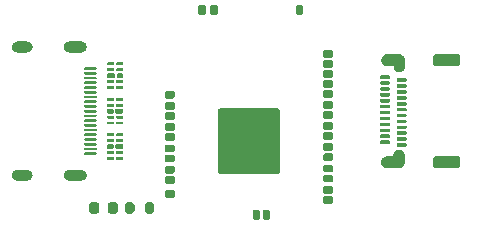
<source format=gbr>
%TF.GenerationSoftware,KiCad,Pcbnew,9.0.0-rc3*%
%TF.CreationDate,2025-02-11T14:32:45-05:00*%
%TF.ProjectId,melonHD,6d656c6f-6e48-4442-9e6b-696361645f70,rev?*%
%TF.SameCoordinates,PX7459280PY6422c40*%
%TF.FileFunction,Paste,Top*%
%TF.FilePolarity,Positive*%
%FSLAX46Y46*%
G04 Gerber Fmt 4.6, Leading zero omitted, Abs format (unit mm)*
G04 Created by KiCad (PCBNEW 9.0.0-rc3) date 2025-02-11 14:32:45*
%MOMM*%
%LPD*%
G01*
G04 APERTURE LIST*
%ADD10O,1.600000X0.600000*%
%ADD11O,1.690000X0.600000*%
%ADD12O,0.600000X1.200000*%
G04 APERTURE END LIST*
G36*
G01*
X7187500Y543750D02*
X7187500Y1056250D01*
G75*
G02*
X7406250Y1275000I218750J0D01*
G01*
X7843750Y1275000D01*
G75*
G02*
X8062500Y1056250I0J-218750D01*
G01*
X8062500Y543750D01*
G75*
G02*
X7843750Y325000I-218750J0D01*
G01*
X7406250Y325000D01*
G75*
G02*
X7187500Y543750I0J218750D01*
G01*
G37*
G36*
G01*
X8762500Y543750D02*
X8762500Y1056250D01*
G75*
G02*
X8981250Y1275000I218750J0D01*
G01*
X9418750Y1275000D01*
G75*
G02*
X9637500Y1056250I0J-218750D01*
G01*
X9637500Y543750D01*
G75*
G02*
X9418750Y325000I-218750J0D01*
G01*
X8981250Y325000D01*
G75*
G02*
X8762500Y543750I0J218750D01*
G01*
G37*
G36*
G01*
X18011114Y17167001D02*
X17556114Y17167001D01*
G75*
G02*
X17458614Y17264501I0J97500D01*
G01*
X17458614Y17869501D01*
G75*
G02*
X17556114Y17967001I97500J0D01*
G01*
X18011114Y17967001D01*
G75*
G02*
X18108614Y17869501I0J-97500D01*
G01*
X18108614Y17264501D01*
G75*
G02*
X18011114Y17167001I-97500J0D01*
G01*
G37*
G36*
G01*
X16961114Y17167001D02*
X16506114Y17167001D01*
G75*
G02*
X16408614Y17264501I0J97500D01*
G01*
X16408614Y17869501D01*
G75*
G02*
X16506114Y17967001I97500J0D01*
G01*
X16961114Y17967001D01*
G75*
G02*
X17058614Y17869501I0J-97500D01*
G01*
X17058614Y17264501D01*
G75*
G02*
X16961114Y17167001I-97500J0D01*
G01*
G37*
G36*
G01*
X14433614Y10619501D02*
X14433614Y10164501D01*
G75*
G02*
X14336114Y10067001I-97500J0D01*
G01*
X13731114Y10067001D01*
G75*
G02*
X13633614Y10164501I0J97500D01*
G01*
X13633614Y10619501D01*
G75*
G02*
X13731114Y10717001I97500J0D01*
G01*
X14336114Y10717001D01*
G75*
G02*
X14433614Y10619501I0J-97500D01*
G01*
G37*
G36*
G01*
X14433614Y9669501D02*
X14433614Y9214501D01*
G75*
G02*
X14336114Y9117001I-97500J0D01*
G01*
X13731114Y9117001D01*
G75*
G02*
X13633614Y9214501I0J97500D01*
G01*
X13633614Y9669501D01*
G75*
G02*
X13731114Y9767001I97500J0D01*
G01*
X14336114Y9767001D01*
G75*
G02*
X14433614Y9669501I0J-97500D01*
G01*
G37*
G36*
G01*
X14433614Y8819501D02*
X14433614Y8364501D01*
G75*
G02*
X14336114Y8267001I-97500J0D01*
G01*
X13731114Y8267001D01*
G75*
G02*
X13633614Y8364501I0J97500D01*
G01*
X13633614Y8819501D01*
G75*
G02*
X13731114Y8917001I97500J0D01*
G01*
X14336114Y8917001D01*
G75*
G02*
X14433614Y8819501I0J-97500D01*
G01*
G37*
G36*
G01*
X14433614Y7869501D02*
X14433614Y7414501D01*
G75*
G02*
X14336114Y7317001I-97500J0D01*
G01*
X13731114Y7317001D01*
G75*
G02*
X13633614Y7414501I0J97500D01*
G01*
X13633614Y7869501D01*
G75*
G02*
X13731114Y7967001I97500J0D01*
G01*
X14336114Y7967001D01*
G75*
G02*
X14433614Y7869501I0J-97500D01*
G01*
G37*
G36*
G01*
X14433614Y7019501D02*
X14433614Y6564501D01*
G75*
G02*
X14336114Y6467001I-97500J0D01*
G01*
X13731114Y6467001D01*
G75*
G02*
X13633614Y6564501I0J97500D01*
G01*
X13633614Y7019501D01*
G75*
G02*
X13731114Y7117001I97500J0D01*
G01*
X14336114Y7117001D01*
G75*
G02*
X14433614Y7019501I0J-97500D01*
G01*
G37*
G36*
G01*
X14433614Y6069501D02*
X14433614Y5614501D01*
G75*
G02*
X14336114Y5517001I-97500J0D01*
G01*
X13731114Y5517001D01*
G75*
G02*
X13633614Y5614501I0J97500D01*
G01*
X13633614Y6069501D01*
G75*
G02*
X13731114Y6167001I97500J0D01*
G01*
X14336114Y6167001D01*
G75*
G02*
X14433614Y6069501I0J-97500D01*
G01*
G37*
G36*
G01*
X14433614Y5219501D02*
X14433614Y4764501D01*
G75*
G02*
X14336114Y4667001I-97500J0D01*
G01*
X13731114Y4667001D01*
G75*
G02*
X13633614Y4764501I0J97500D01*
G01*
X13633614Y5219501D01*
G75*
G02*
X13731114Y5317001I97500J0D01*
G01*
X14336114Y5317001D01*
G75*
G02*
X14433614Y5219501I0J-97500D01*
G01*
G37*
G36*
G01*
X14433614Y4269501D02*
X14433614Y3814501D01*
G75*
G02*
X14336114Y3717001I-97500J0D01*
G01*
X13731114Y3717001D01*
G75*
G02*
X13633614Y3814501I0J97500D01*
G01*
X13633614Y4269501D01*
G75*
G02*
X13731114Y4367001I97500J0D01*
G01*
X14336114Y4367001D01*
G75*
G02*
X14433614Y4269501I0J-97500D01*
G01*
G37*
G36*
G01*
X14433614Y3419501D02*
X14433614Y2964501D01*
G75*
G02*
X14336114Y2867001I-97500J0D01*
G01*
X13731114Y2867001D01*
G75*
G02*
X13633614Y2964501I0J97500D01*
G01*
X13633614Y3419501D01*
G75*
G02*
X13731114Y3517001I97500J0D01*
G01*
X14336114Y3517001D01*
G75*
G02*
X14433614Y3419501I0J-97500D01*
G01*
G37*
G36*
G01*
X14433614Y2219501D02*
X14433614Y1764501D01*
G75*
G02*
X14336114Y1667001I-97500J0D01*
G01*
X13731114Y1667001D01*
G75*
G02*
X13633614Y1764501I0J97500D01*
G01*
X13633614Y2219501D01*
G75*
G02*
X13731114Y2317001I97500J0D01*
G01*
X14336114Y2317001D01*
G75*
G02*
X14433614Y2219501I0J-97500D01*
G01*
G37*
G36*
G01*
X21131114Y617001D02*
X21586114Y617001D01*
G75*
G02*
X21683614Y519501I0J-97500D01*
G01*
X21683614Y-85499D01*
G75*
G02*
X21586114Y-182999I-97500J0D01*
G01*
X21131114Y-182999D01*
G75*
G02*
X21033614Y-85499I0J97500D01*
G01*
X21033614Y519501D01*
G75*
G02*
X21131114Y617001I97500J0D01*
G01*
G37*
G36*
G01*
X21981114Y617001D02*
X22436114Y617001D01*
G75*
G02*
X22533614Y519501I0J-97500D01*
G01*
X22533614Y-85499D01*
G75*
G02*
X22436114Y-182999I-97500J0D01*
G01*
X21981114Y-182999D01*
G75*
G02*
X21883614Y-85499I0J97500D01*
G01*
X21883614Y519501D01*
G75*
G02*
X21981114Y617001I97500J0D01*
G01*
G37*
G36*
G01*
X27033614Y1264501D02*
X27033614Y1719501D01*
G75*
G02*
X27131114Y1817001I97500J0D01*
G01*
X27736114Y1817001D01*
G75*
G02*
X27833614Y1719501I0J-97500D01*
G01*
X27833614Y1264501D01*
G75*
G02*
X27736114Y1167001I-97500J0D01*
G01*
X27131114Y1167001D01*
G75*
G02*
X27033614Y1264501I0J97500D01*
G01*
G37*
G36*
G01*
X27033614Y2114501D02*
X27033614Y2569501D01*
G75*
G02*
X27131114Y2667001I97500J0D01*
G01*
X27736114Y2667001D01*
G75*
G02*
X27833614Y2569501I0J-97500D01*
G01*
X27833614Y2114501D01*
G75*
G02*
X27736114Y2017001I-97500J0D01*
G01*
X27131114Y2017001D01*
G75*
G02*
X27033614Y2114501I0J97500D01*
G01*
G37*
G36*
G01*
X27033614Y3064501D02*
X27033614Y3519501D01*
G75*
G02*
X27131114Y3617001I97500J0D01*
G01*
X27736114Y3617001D01*
G75*
G02*
X27833614Y3519501I0J-97500D01*
G01*
X27833614Y3064501D01*
G75*
G02*
X27736114Y2967001I-97500J0D01*
G01*
X27131114Y2967001D01*
G75*
G02*
X27033614Y3064501I0J97500D01*
G01*
G37*
G36*
G01*
X27033614Y3914501D02*
X27033614Y4369501D01*
G75*
G02*
X27131114Y4467001I97500J0D01*
G01*
X27736114Y4467001D01*
G75*
G02*
X27833614Y4369501I0J-97500D01*
G01*
X27833614Y3914501D01*
G75*
G02*
X27736114Y3817001I-97500J0D01*
G01*
X27131114Y3817001D01*
G75*
G02*
X27033614Y3914501I0J97500D01*
G01*
G37*
G36*
G01*
X27033614Y4864501D02*
X27033614Y5319501D01*
G75*
G02*
X27131114Y5417001I97500J0D01*
G01*
X27736114Y5417001D01*
G75*
G02*
X27833614Y5319501I0J-97500D01*
G01*
X27833614Y4864501D01*
G75*
G02*
X27736114Y4767001I-97500J0D01*
G01*
X27131114Y4767001D01*
G75*
G02*
X27033614Y4864501I0J97500D01*
G01*
G37*
G36*
G01*
X27033614Y5714501D02*
X27033614Y6169501D01*
G75*
G02*
X27131114Y6267001I97500J0D01*
G01*
X27736114Y6267001D01*
G75*
G02*
X27833614Y6169501I0J-97500D01*
G01*
X27833614Y5714501D01*
G75*
G02*
X27736114Y5617001I-97500J0D01*
G01*
X27131114Y5617001D01*
G75*
G02*
X27033614Y5714501I0J97500D01*
G01*
G37*
G36*
G01*
X27033614Y6664501D02*
X27033614Y7119501D01*
G75*
G02*
X27131114Y7217001I97500J0D01*
G01*
X27736114Y7217001D01*
G75*
G02*
X27833614Y7119501I0J-97500D01*
G01*
X27833614Y6664501D01*
G75*
G02*
X27736114Y6567001I-97500J0D01*
G01*
X27131114Y6567001D01*
G75*
G02*
X27033614Y6664501I0J97500D01*
G01*
G37*
G36*
G01*
X27033614Y7514501D02*
X27033614Y7969501D01*
G75*
G02*
X27131114Y8067001I97500J0D01*
G01*
X27736114Y8067001D01*
G75*
G02*
X27833614Y7969501I0J-97500D01*
G01*
X27833614Y7514501D01*
G75*
G02*
X27736114Y7417001I-97500J0D01*
G01*
X27131114Y7417001D01*
G75*
G02*
X27033614Y7514501I0J97500D01*
G01*
G37*
G36*
G01*
X27033614Y8464501D02*
X27033614Y8919501D01*
G75*
G02*
X27131114Y9017001I97500J0D01*
G01*
X27736114Y9017001D01*
G75*
G02*
X27833614Y8919501I0J-97500D01*
G01*
X27833614Y8464501D01*
G75*
G02*
X27736114Y8367001I-97500J0D01*
G01*
X27131114Y8367001D01*
G75*
G02*
X27033614Y8464501I0J97500D01*
G01*
G37*
G36*
G01*
X27033614Y9314501D02*
X27033614Y9769501D01*
G75*
G02*
X27131114Y9867001I97500J0D01*
G01*
X27736114Y9867001D01*
G75*
G02*
X27833614Y9769501I0J-97500D01*
G01*
X27833614Y9314501D01*
G75*
G02*
X27736114Y9217001I-97500J0D01*
G01*
X27131114Y9217001D01*
G75*
G02*
X27033614Y9314501I0J97500D01*
G01*
G37*
G36*
G01*
X27033614Y10214501D02*
X27033614Y10669501D01*
G75*
G02*
X27131114Y10767001I97500J0D01*
G01*
X27736114Y10767001D01*
G75*
G02*
X27833614Y10669501I0J-97500D01*
G01*
X27833614Y10214501D01*
G75*
G02*
X27736114Y10117001I-97500J0D01*
G01*
X27131114Y10117001D01*
G75*
G02*
X27033614Y10214501I0J97500D01*
G01*
G37*
G36*
G01*
X27033614Y11064501D02*
X27033614Y11519501D01*
G75*
G02*
X27131114Y11617001I97500J0D01*
G01*
X27736114Y11617001D01*
G75*
G02*
X27833614Y11519501I0J-97500D01*
G01*
X27833614Y11064501D01*
G75*
G02*
X27736114Y10967001I-97500J0D01*
G01*
X27131114Y10967001D01*
G75*
G02*
X27033614Y11064501I0J97500D01*
G01*
G37*
G36*
G01*
X27033614Y11914501D02*
X27033614Y12369501D01*
G75*
G02*
X27131114Y12467001I97500J0D01*
G01*
X27736114Y12467001D01*
G75*
G02*
X27833614Y12369501I0J-97500D01*
G01*
X27833614Y11914501D01*
G75*
G02*
X27736114Y11817001I-97500J0D01*
G01*
X27131114Y11817001D01*
G75*
G02*
X27033614Y11914501I0J97500D01*
G01*
G37*
G36*
G01*
X27033614Y12764501D02*
X27033614Y13219501D01*
G75*
G02*
X27131114Y13317001I97500J0D01*
G01*
X27736114Y13317001D01*
G75*
G02*
X27833614Y13219501I0J-97500D01*
G01*
X27833614Y12764501D01*
G75*
G02*
X27736114Y12667001I-97500J0D01*
G01*
X27131114Y12667001D01*
G75*
G02*
X27033614Y12764501I0J97500D01*
G01*
G37*
G36*
G01*
X27033614Y13614501D02*
X27033614Y14069501D01*
G75*
G02*
X27131114Y14167001I97500J0D01*
G01*
X27736114Y14167001D01*
G75*
G02*
X27833614Y14069501I0J-97500D01*
G01*
X27833614Y13614501D01*
G75*
G02*
X27736114Y13517001I-97500J0D01*
G01*
X27131114Y13517001D01*
G75*
G02*
X27033614Y13614501I0J97500D01*
G01*
G37*
G36*
G01*
X25236114Y17167001D02*
X24781114Y17167001D01*
G75*
G02*
X24683614Y17264501I0J97500D01*
G01*
X24683614Y17869501D01*
G75*
G02*
X24781114Y17967001I97500J0D01*
G01*
X25236114Y17967001D01*
G75*
G02*
X25333614Y17869501I0J-97500D01*
G01*
X25333614Y17264501D01*
G75*
G02*
X25236114Y17167001I-97500J0D01*
G01*
G37*
G36*
G01*
X18083614Y3907001D02*
X18083614Y8977001D01*
G75*
G02*
X18348614Y9242001I265000J0D01*
G01*
X23118614Y9242001D01*
G75*
G02*
X23383614Y8977001I0J-265000D01*
G01*
X23383614Y3907001D01*
G75*
G02*
X23118614Y3642001I-265000J0D01*
G01*
X18348614Y3642001D01*
G75*
G02*
X18083614Y3907001I0J265000D01*
G01*
G37*
G36*
G01*
X6842000Y5515000D02*
X7758000Y5515000D01*
G75*
G02*
X7850000Y5423000I0J-92000D01*
G01*
X7850000Y5377000D01*
G75*
G02*
X7758000Y5285000I-92000J0D01*
G01*
X6842000Y5285000D01*
G75*
G02*
X6750000Y5377000I0J92000D01*
G01*
X6750000Y5423000D01*
G75*
G02*
X6842000Y5515000I92000J0D01*
G01*
G37*
G36*
G01*
X6842000Y5915000D02*
X7758000Y5915000D01*
G75*
G02*
X7850000Y5823000I0J-92000D01*
G01*
X7850000Y5777000D01*
G75*
G02*
X7758000Y5685000I-92000J0D01*
G01*
X6842000Y5685000D01*
G75*
G02*
X6750000Y5777000I0J92000D01*
G01*
X6750000Y5823000D01*
G75*
G02*
X6842000Y5915000I92000J0D01*
G01*
G37*
G36*
G01*
X6842000Y6315000D02*
X7758000Y6315000D01*
G75*
G02*
X7850000Y6223000I0J-92000D01*
G01*
X7850000Y6177000D01*
G75*
G02*
X7758000Y6085000I-92000J0D01*
G01*
X6842000Y6085000D01*
G75*
G02*
X6750000Y6177000I0J92000D01*
G01*
X6750000Y6223000D01*
G75*
G02*
X6842000Y6315000I92000J0D01*
G01*
G37*
G36*
G01*
X6842000Y6715000D02*
X7758000Y6715000D01*
G75*
G02*
X7850000Y6623000I0J-92000D01*
G01*
X7850000Y6577000D01*
G75*
G02*
X7758000Y6485000I-92000J0D01*
G01*
X6842000Y6485000D01*
G75*
G02*
X6750000Y6577000I0J92000D01*
G01*
X6750000Y6623000D01*
G75*
G02*
X6842000Y6715000I92000J0D01*
G01*
G37*
G36*
G01*
X6842000Y7115000D02*
X7758000Y7115000D01*
G75*
G02*
X7850000Y7023000I0J-92000D01*
G01*
X7850000Y6977000D01*
G75*
G02*
X7758000Y6885000I-92000J0D01*
G01*
X6842000Y6885000D01*
G75*
G02*
X6750000Y6977000I0J92000D01*
G01*
X6750000Y7023000D01*
G75*
G02*
X6842000Y7115000I92000J0D01*
G01*
G37*
G36*
G01*
X6842000Y7515000D02*
X7758000Y7515000D01*
G75*
G02*
X7850000Y7423000I0J-92000D01*
G01*
X7850000Y7377000D01*
G75*
G02*
X7758000Y7285000I-92000J0D01*
G01*
X6842000Y7285000D01*
G75*
G02*
X6750000Y7377000I0J92000D01*
G01*
X6750000Y7423000D01*
G75*
G02*
X6842000Y7515000I92000J0D01*
G01*
G37*
G36*
G01*
X6842000Y7915000D02*
X7758000Y7915000D01*
G75*
G02*
X7850000Y7823000I0J-92000D01*
G01*
X7850000Y7777000D01*
G75*
G02*
X7758000Y7685000I-92000J0D01*
G01*
X6842000Y7685000D01*
G75*
G02*
X6750000Y7777000I0J92000D01*
G01*
X6750000Y7823000D01*
G75*
G02*
X6842000Y7915000I92000J0D01*
G01*
G37*
G36*
G01*
X6842000Y8315000D02*
X7758000Y8315000D01*
G75*
G02*
X7850000Y8223000I0J-92000D01*
G01*
X7850000Y8177000D01*
G75*
G02*
X7758000Y8085000I-92000J0D01*
G01*
X6842000Y8085000D01*
G75*
G02*
X6750000Y8177000I0J92000D01*
G01*
X6750000Y8223000D01*
G75*
G02*
X6842000Y8315000I92000J0D01*
G01*
G37*
G36*
G01*
X6842000Y8715000D02*
X7758000Y8715000D01*
G75*
G02*
X7850000Y8623000I0J-92000D01*
G01*
X7850000Y8577000D01*
G75*
G02*
X7758000Y8485000I-92000J0D01*
G01*
X6842000Y8485000D01*
G75*
G02*
X6750000Y8577000I0J92000D01*
G01*
X6750000Y8623000D01*
G75*
G02*
X6842000Y8715000I92000J0D01*
G01*
G37*
G36*
G01*
X6842000Y9115000D02*
X7758000Y9115000D01*
G75*
G02*
X7850000Y9023000I0J-92000D01*
G01*
X7850000Y8977000D01*
G75*
G02*
X7758000Y8885000I-92000J0D01*
G01*
X6842000Y8885000D01*
G75*
G02*
X6750000Y8977000I0J92000D01*
G01*
X6750000Y9023000D01*
G75*
G02*
X6842000Y9115000I92000J0D01*
G01*
G37*
G36*
G01*
X6842000Y9515000D02*
X7758000Y9515000D01*
G75*
G02*
X7850000Y9423000I0J-92000D01*
G01*
X7850000Y9377000D01*
G75*
G02*
X7758000Y9285000I-92000J0D01*
G01*
X6842000Y9285000D01*
G75*
G02*
X6750000Y9377000I0J92000D01*
G01*
X6750000Y9423000D01*
G75*
G02*
X6842000Y9515000I92000J0D01*
G01*
G37*
G36*
G01*
X6842000Y9915000D02*
X7758000Y9915000D01*
G75*
G02*
X7850000Y9823000I0J-92000D01*
G01*
X7850000Y9777000D01*
G75*
G02*
X7758000Y9685000I-92000J0D01*
G01*
X6842000Y9685000D01*
G75*
G02*
X6750000Y9777000I0J92000D01*
G01*
X6750000Y9823000D01*
G75*
G02*
X6842000Y9915000I92000J0D01*
G01*
G37*
G36*
G01*
X6842000Y10315000D02*
X7758000Y10315000D01*
G75*
G02*
X7850000Y10223000I0J-92000D01*
G01*
X7850000Y10177000D01*
G75*
G02*
X7758000Y10085000I-92000J0D01*
G01*
X6842000Y10085000D01*
G75*
G02*
X6750000Y10177000I0J92000D01*
G01*
X6750000Y10223000D01*
G75*
G02*
X6842000Y10315000I92000J0D01*
G01*
G37*
G36*
G01*
X6842000Y10715000D02*
X7758000Y10715000D01*
G75*
G02*
X7850000Y10623000I0J-92000D01*
G01*
X7850000Y10577000D01*
G75*
G02*
X7758000Y10485000I-92000J0D01*
G01*
X6842000Y10485000D01*
G75*
G02*
X6750000Y10577000I0J92000D01*
G01*
X6750000Y10623000D01*
G75*
G02*
X6842000Y10715000I92000J0D01*
G01*
G37*
G36*
G01*
X6842000Y11115000D02*
X7758000Y11115000D01*
G75*
G02*
X7850000Y11023000I0J-92000D01*
G01*
X7850000Y10977000D01*
G75*
G02*
X7758000Y10885000I-92000J0D01*
G01*
X6842000Y10885000D01*
G75*
G02*
X6750000Y10977000I0J92000D01*
G01*
X6750000Y11023000D01*
G75*
G02*
X6842000Y11115000I92000J0D01*
G01*
G37*
G36*
G01*
X6842000Y11515000D02*
X7758000Y11515000D01*
G75*
G02*
X7850000Y11423000I0J-92000D01*
G01*
X7850000Y11377000D01*
G75*
G02*
X7758000Y11285000I-92000J0D01*
G01*
X6842000Y11285000D01*
G75*
G02*
X6750000Y11377000I0J92000D01*
G01*
X6750000Y11423000D01*
G75*
G02*
X6842000Y11515000I92000J0D01*
G01*
G37*
G36*
G01*
X6842000Y11915000D02*
X7758000Y11915000D01*
G75*
G02*
X7850000Y11823000I0J-92000D01*
G01*
X7850000Y11777000D01*
G75*
G02*
X7758000Y11685000I-92000J0D01*
G01*
X6842000Y11685000D01*
G75*
G02*
X6750000Y11777000I0J92000D01*
G01*
X6750000Y11823000D01*
G75*
G02*
X6842000Y11915000I92000J0D01*
G01*
G37*
G36*
G01*
X6842000Y12315000D02*
X7758000Y12315000D01*
G75*
G02*
X7850000Y12223000I0J-92000D01*
G01*
X7850000Y12177000D01*
G75*
G02*
X7758000Y12085000I-92000J0D01*
G01*
X6842000Y12085000D01*
G75*
G02*
X6750000Y12177000I0J92000D01*
G01*
X6750000Y12223000D01*
G75*
G02*
X6842000Y12315000I92000J0D01*
G01*
G37*
G36*
G01*
X6842000Y12715000D02*
X7758000Y12715000D01*
G75*
G02*
X7850000Y12623000I0J-92000D01*
G01*
X7850000Y12577000D01*
G75*
G02*
X7758000Y12485000I-92000J0D01*
G01*
X6842000Y12485000D01*
G75*
G02*
X6750000Y12577000I0J92000D01*
G01*
X6750000Y12623000D01*
G75*
G02*
X6842000Y12715000I92000J0D01*
G01*
G37*
G36*
G01*
X5500000Y14905000D02*
X6550000Y14905000D01*
G75*
G02*
X7025000Y14430000I0J-475000D01*
G01*
X7025000Y14430000D01*
G75*
G02*
X6550000Y13955000I-475000J0D01*
G01*
X5500000Y13955000D01*
G75*
G02*
X5025000Y14430000I0J475000D01*
G01*
X5025000Y14430000D01*
G75*
G02*
X5500000Y14905000I475000J0D01*
G01*
G37*
G36*
G01*
X5500000Y4045000D02*
X6550000Y4045000D01*
G75*
G02*
X7025000Y3570000I0J-475000D01*
G01*
X7025000Y3570000D01*
G75*
G02*
X6550000Y3095000I-475000J0D01*
G01*
X5500000Y3095000D01*
G75*
G02*
X5025000Y3570000I0J475000D01*
G01*
X5025000Y3570000D01*
G75*
G02*
X5500000Y4045000I475000J0D01*
G01*
G37*
G36*
G01*
X1100000Y14905000D02*
X1950000Y14905000D01*
G75*
G02*
X2425000Y14430000I0J-475000D01*
G01*
X2425000Y14430000D01*
G75*
G02*
X1950000Y13955000I-475000J0D01*
G01*
X1100000Y13955000D01*
G75*
G02*
X625000Y14430000I0J475000D01*
G01*
X625000Y14430000D01*
G75*
G02*
X1100000Y14905000I475000J0D01*
G01*
G37*
G36*
G01*
X1100000Y4045000D02*
X1950000Y4045000D01*
G75*
G02*
X2425000Y3570000I0J-475000D01*
G01*
X2425000Y3570000D01*
G75*
G02*
X1950000Y3095000I-475000J0D01*
G01*
X1100000Y3095000D01*
G75*
G02*
X625000Y3570000I0J475000D01*
G01*
X625000Y3570000D01*
G75*
G02*
X1100000Y4045000I475000J0D01*
G01*
G37*
G36*
G01*
X10250000Y525000D02*
X10250000Y1075000D01*
G75*
G02*
X10450000Y1275000I200000J0D01*
G01*
X10850000Y1275000D01*
G75*
G02*
X11050000Y1075000I0J-200000D01*
G01*
X11050000Y525000D01*
G75*
G02*
X10850000Y325000I-200000J0D01*
G01*
X10450000Y325000D01*
G75*
G02*
X10250000Y525000I0J200000D01*
G01*
G37*
G36*
G01*
X11900000Y525000D02*
X11900000Y1075000D01*
G75*
G02*
X12100000Y1275000I200000J0D01*
G01*
X12500000Y1275000D01*
G75*
G02*
X12700000Y1075000I0J-200000D01*
G01*
X12700000Y525000D01*
G75*
G02*
X12500000Y325000I-200000J0D01*
G01*
X12100000Y325000D01*
G75*
G02*
X11900000Y525000I0J200000D01*
G01*
G37*
G36*
G01*
X10037500Y4875000D02*
X9537500Y4875000D01*
G75*
G02*
X9475000Y4937500I0J62500D01*
G01*
X9475000Y5062500D01*
G75*
G02*
X9537500Y5125000I62500J0D01*
G01*
X10037500Y5125000D01*
G75*
G02*
X10100000Y5062500I0J-62500D01*
G01*
X10100000Y4937500D01*
G75*
G02*
X10037500Y4875000I-62500J0D01*
G01*
G37*
G36*
G01*
X10037500Y5375000D02*
X9537500Y5375000D01*
G75*
G02*
X9475000Y5437500I0J62500D01*
G01*
X9475000Y5562500D01*
G75*
G02*
X9537500Y5625000I62500J0D01*
G01*
X10037500Y5625000D01*
G75*
G02*
X10100000Y5562500I0J-62500D01*
G01*
X10100000Y5437500D01*
G75*
G02*
X10037500Y5375000I-62500J0D01*
G01*
G37*
G36*
G01*
X9987500Y5775000D02*
X9512500Y5775000D01*
G75*
G02*
X9400000Y5887500I0J112500D01*
G01*
X9400000Y6112500D01*
G75*
G02*
X9512500Y6225000I112500J0D01*
G01*
X9987500Y6225000D01*
G75*
G02*
X10100000Y6112500I0J-112500D01*
G01*
X10100000Y5887500D01*
G75*
G02*
X9987500Y5775000I-112500J0D01*
G01*
G37*
G36*
G01*
X10037500Y6375000D02*
X9537500Y6375000D01*
G75*
G02*
X9475000Y6437500I0J62500D01*
G01*
X9475000Y6562500D01*
G75*
G02*
X9537500Y6625000I62500J0D01*
G01*
X10037500Y6625000D01*
G75*
G02*
X10100000Y6562500I0J-62500D01*
G01*
X10100000Y6437500D01*
G75*
G02*
X10037500Y6375000I-62500J0D01*
G01*
G37*
G36*
G01*
X10037500Y6875000D02*
X9537500Y6875000D01*
G75*
G02*
X9475000Y6937500I0J62500D01*
G01*
X9475000Y7062500D01*
G75*
G02*
X9537500Y7125000I62500J0D01*
G01*
X10037500Y7125000D01*
G75*
G02*
X10100000Y7062500I0J-62500D01*
G01*
X10100000Y6937500D01*
G75*
G02*
X10037500Y6875000I-62500J0D01*
G01*
G37*
G36*
G01*
X9262500Y6875000D02*
X8762500Y6875000D01*
G75*
G02*
X8700000Y6937500I0J62500D01*
G01*
X8700000Y7062500D01*
G75*
G02*
X8762500Y7125000I62500J0D01*
G01*
X9262500Y7125000D01*
G75*
G02*
X9325000Y7062500I0J-62500D01*
G01*
X9325000Y6937500D01*
G75*
G02*
X9262500Y6875000I-62500J0D01*
G01*
G37*
G36*
G01*
X9262500Y6375000D02*
X8762500Y6375000D01*
G75*
G02*
X8700000Y6437500I0J62500D01*
G01*
X8700000Y6562500D01*
G75*
G02*
X8762500Y6625000I62500J0D01*
G01*
X9262500Y6625000D01*
G75*
G02*
X9325000Y6562500I0J-62500D01*
G01*
X9325000Y6437500D01*
G75*
G02*
X9262500Y6375000I-62500J0D01*
G01*
G37*
G36*
G01*
X9162500Y5775000D02*
X8812500Y5775000D01*
G75*
G02*
X8700000Y5887500I0J112500D01*
G01*
X8700000Y6112500D01*
G75*
G02*
X8812500Y6225000I112500J0D01*
G01*
X9162500Y6225000D01*
G75*
G02*
X9275000Y6112500I0J-112500D01*
G01*
X9275000Y5887500D01*
G75*
G02*
X9162500Y5775000I-112500J0D01*
G01*
G37*
G36*
G01*
X9262500Y5375000D02*
X8762500Y5375000D01*
G75*
G02*
X8700000Y5437500I0J62500D01*
G01*
X8700000Y5562500D01*
G75*
G02*
X8762500Y5625000I62500J0D01*
G01*
X9262500Y5625000D01*
G75*
G02*
X9325000Y5562500I0J-62500D01*
G01*
X9325000Y5437500D01*
G75*
G02*
X9262500Y5375000I-62500J0D01*
G01*
G37*
G36*
G01*
X9262500Y4875000D02*
X8762500Y4875000D01*
G75*
G02*
X8700000Y4937500I0J62500D01*
G01*
X8700000Y5062500D01*
G75*
G02*
X8762500Y5125000I62500J0D01*
G01*
X9262500Y5125000D01*
G75*
G02*
X9325000Y5062500I0J-62500D01*
G01*
X9325000Y4937500D01*
G75*
G02*
X9262500Y4875000I-62500J0D01*
G01*
G37*
G36*
G01*
X10037500Y7875000D02*
X9537500Y7875000D01*
G75*
G02*
X9475000Y7937500I0J62500D01*
G01*
X9475000Y8062500D01*
G75*
G02*
X9537500Y8125000I62500J0D01*
G01*
X10037500Y8125000D01*
G75*
G02*
X10100000Y8062500I0J-62500D01*
G01*
X10100000Y7937500D01*
G75*
G02*
X10037500Y7875000I-62500J0D01*
G01*
G37*
G36*
G01*
X10037500Y8375000D02*
X9537500Y8375000D01*
G75*
G02*
X9475000Y8437500I0J62500D01*
G01*
X9475000Y8562500D01*
G75*
G02*
X9537500Y8625000I62500J0D01*
G01*
X10037500Y8625000D01*
G75*
G02*
X10100000Y8562500I0J-62500D01*
G01*
X10100000Y8437500D01*
G75*
G02*
X10037500Y8375000I-62500J0D01*
G01*
G37*
G36*
G01*
X9987500Y8775000D02*
X9512500Y8775000D01*
G75*
G02*
X9400000Y8887500I0J112500D01*
G01*
X9400000Y9112500D01*
G75*
G02*
X9512500Y9225000I112500J0D01*
G01*
X9987500Y9225000D01*
G75*
G02*
X10100000Y9112500I0J-112500D01*
G01*
X10100000Y8887500D01*
G75*
G02*
X9987500Y8775000I-112500J0D01*
G01*
G37*
G36*
G01*
X10037500Y9375000D02*
X9537500Y9375000D01*
G75*
G02*
X9475000Y9437500I0J62500D01*
G01*
X9475000Y9562500D01*
G75*
G02*
X9537500Y9625000I62500J0D01*
G01*
X10037500Y9625000D01*
G75*
G02*
X10100000Y9562500I0J-62500D01*
G01*
X10100000Y9437500D01*
G75*
G02*
X10037500Y9375000I-62500J0D01*
G01*
G37*
G36*
G01*
X10037500Y9875000D02*
X9537500Y9875000D01*
G75*
G02*
X9475000Y9937500I0J62500D01*
G01*
X9475000Y10062500D01*
G75*
G02*
X9537500Y10125000I62500J0D01*
G01*
X10037500Y10125000D01*
G75*
G02*
X10100000Y10062500I0J-62500D01*
G01*
X10100000Y9937500D01*
G75*
G02*
X10037500Y9875000I-62500J0D01*
G01*
G37*
G36*
G01*
X9262500Y9875000D02*
X8762500Y9875000D01*
G75*
G02*
X8700000Y9937500I0J62500D01*
G01*
X8700000Y10062500D01*
G75*
G02*
X8762500Y10125000I62500J0D01*
G01*
X9262500Y10125000D01*
G75*
G02*
X9325000Y10062500I0J-62500D01*
G01*
X9325000Y9937500D01*
G75*
G02*
X9262500Y9875000I-62500J0D01*
G01*
G37*
G36*
G01*
X9262500Y9375000D02*
X8762500Y9375000D01*
G75*
G02*
X8700000Y9437500I0J62500D01*
G01*
X8700000Y9562500D01*
G75*
G02*
X8762500Y9625000I62500J0D01*
G01*
X9262500Y9625000D01*
G75*
G02*
X9325000Y9562500I0J-62500D01*
G01*
X9325000Y9437500D01*
G75*
G02*
X9262500Y9375000I-62500J0D01*
G01*
G37*
G36*
G01*
X9162500Y8775000D02*
X8812500Y8775000D01*
G75*
G02*
X8700000Y8887500I0J112500D01*
G01*
X8700000Y9112500D01*
G75*
G02*
X8812500Y9225000I112500J0D01*
G01*
X9162500Y9225000D01*
G75*
G02*
X9275000Y9112500I0J-112500D01*
G01*
X9275000Y8887500D01*
G75*
G02*
X9162500Y8775000I-112500J0D01*
G01*
G37*
G36*
G01*
X9262500Y8375000D02*
X8762500Y8375000D01*
G75*
G02*
X8700000Y8437500I0J62500D01*
G01*
X8700000Y8562500D01*
G75*
G02*
X8762500Y8625000I62500J0D01*
G01*
X9262500Y8625000D01*
G75*
G02*
X9325000Y8562500I0J-62500D01*
G01*
X9325000Y8437500D01*
G75*
G02*
X9262500Y8375000I-62500J0D01*
G01*
G37*
G36*
G01*
X9262500Y7875000D02*
X8762500Y7875000D01*
G75*
G02*
X8700000Y7937500I0J62500D01*
G01*
X8700000Y8062500D01*
G75*
G02*
X8762500Y8125000I62500J0D01*
G01*
X9262500Y8125000D01*
G75*
G02*
X9325000Y8062500I0J-62500D01*
G01*
X9325000Y7937500D01*
G75*
G02*
X9262500Y7875000I-62500J0D01*
G01*
G37*
G36*
G01*
X8762500Y13125000D02*
X9262500Y13125000D01*
G75*
G02*
X9325000Y13062500I0J-62500D01*
G01*
X9325000Y12937500D01*
G75*
G02*
X9262500Y12875000I-62500J0D01*
G01*
X8762500Y12875000D01*
G75*
G02*
X8700000Y12937500I0J62500D01*
G01*
X8700000Y13062500D01*
G75*
G02*
X8762500Y13125000I62500J0D01*
G01*
G37*
G36*
G01*
X8762500Y12625000D02*
X9262500Y12625000D01*
G75*
G02*
X9325000Y12562500I0J-62500D01*
G01*
X9325000Y12437500D01*
G75*
G02*
X9262500Y12375000I-62500J0D01*
G01*
X8762500Y12375000D01*
G75*
G02*
X8700000Y12437500I0J62500D01*
G01*
X8700000Y12562500D01*
G75*
G02*
X8762500Y12625000I62500J0D01*
G01*
G37*
G36*
G01*
X8812500Y12225000D02*
X9287500Y12225000D01*
G75*
G02*
X9400000Y12112500I0J-112500D01*
G01*
X9400000Y11887500D01*
G75*
G02*
X9287500Y11775000I-112500J0D01*
G01*
X8812500Y11775000D01*
G75*
G02*
X8700000Y11887500I0J112500D01*
G01*
X8700000Y12112500D01*
G75*
G02*
X8812500Y12225000I112500J0D01*
G01*
G37*
G36*
G01*
X8762500Y11625000D02*
X9262500Y11625000D01*
G75*
G02*
X9325000Y11562500I0J-62500D01*
G01*
X9325000Y11437500D01*
G75*
G02*
X9262500Y11375000I-62500J0D01*
G01*
X8762500Y11375000D01*
G75*
G02*
X8700000Y11437500I0J62500D01*
G01*
X8700000Y11562500D01*
G75*
G02*
X8762500Y11625000I62500J0D01*
G01*
G37*
G36*
G01*
X8762500Y11125000D02*
X9262500Y11125000D01*
G75*
G02*
X9325000Y11062500I0J-62500D01*
G01*
X9325000Y10937500D01*
G75*
G02*
X9262500Y10875000I-62500J0D01*
G01*
X8762500Y10875000D01*
G75*
G02*
X8700000Y10937500I0J62500D01*
G01*
X8700000Y11062500D01*
G75*
G02*
X8762500Y11125000I62500J0D01*
G01*
G37*
G36*
G01*
X9537500Y11125000D02*
X10037500Y11125000D01*
G75*
G02*
X10100000Y11062500I0J-62500D01*
G01*
X10100000Y10937500D01*
G75*
G02*
X10037500Y10875000I-62500J0D01*
G01*
X9537500Y10875000D01*
G75*
G02*
X9475000Y10937500I0J62500D01*
G01*
X9475000Y11062500D01*
G75*
G02*
X9537500Y11125000I62500J0D01*
G01*
G37*
G36*
G01*
X9537500Y11625000D02*
X10037500Y11625000D01*
G75*
G02*
X10100000Y11562500I0J-62500D01*
G01*
X10100000Y11437500D01*
G75*
G02*
X10037500Y11375000I-62500J0D01*
G01*
X9537500Y11375000D01*
G75*
G02*
X9475000Y11437500I0J62500D01*
G01*
X9475000Y11562500D01*
G75*
G02*
X9537500Y11625000I62500J0D01*
G01*
G37*
G36*
G01*
X9637500Y12225000D02*
X9987500Y12225000D01*
G75*
G02*
X10100000Y12112500I0J-112500D01*
G01*
X10100000Y11887500D01*
G75*
G02*
X9987500Y11775000I-112500J0D01*
G01*
X9637500Y11775000D01*
G75*
G02*
X9525000Y11887500I0J112500D01*
G01*
X9525000Y12112500D01*
G75*
G02*
X9637500Y12225000I112500J0D01*
G01*
G37*
G36*
G01*
X9537500Y12625000D02*
X10037500Y12625000D01*
G75*
G02*
X10100000Y12562500I0J-62500D01*
G01*
X10100000Y12437500D01*
G75*
G02*
X10037500Y12375000I-62500J0D01*
G01*
X9537500Y12375000D01*
G75*
G02*
X9475000Y12437500I0J62500D01*
G01*
X9475000Y12562500D01*
G75*
G02*
X9537500Y12625000I62500J0D01*
G01*
G37*
G36*
G01*
X9537500Y13125000D02*
X10037500Y13125000D01*
G75*
G02*
X10100000Y13062500I0J-62500D01*
G01*
X10100000Y12937500D01*
G75*
G02*
X10037500Y12875000I-62500J0D01*
G01*
X9537500Y12875000D01*
G75*
G02*
X9475000Y12937500I0J62500D01*
G01*
X9475000Y13062500D01*
G75*
G02*
X9537500Y13125000I62500J0D01*
G01*
G37*
D10*
X32925000Y4680000D03*
D11*
X37475000Y4680000D03*
D12*
X33425000Y4990000D03*
X33425000Y13010000D03*
D10*
X32925000Y13320000D03*
D11*
X37475000Y13320000D03*
G36*
G01*
X32600000Y6230000D02*
X31900000Y6230000D01*
G75*
G02*
X31825000Y6305000I0J75000D01*
G01*
X31825000Y6455000D01*
G75*
G02*
X31900000Y6530000I75000J0D01*
G01*
X32600000Y6530000D01*
G75*
G02*
X32675000Y6455000I0J-75000D01*
G01*
X32675000Y6305000D01*
G75*
G02*
X32600000Y6230000I-75000J0D01*
G01*
G37*
G36*
G01*
X32600000Y6730000D02*
X31900000Y6730000D01*
G75*
G02*
X31825000Y6805000I0J75000D01*
G01*
X31825000Y6955000D01*
G75*
G02*
X31900000Y7030000I75000J0D01*
G01*
X32600000Y7030000D01*
G75*
G02*
X32675000Y6955000I0J-75000D01*
G01*
X32675000Y6805000D01*
G75*
G02*
X32600000Y6730000I-75000J0D01*
G01*
G37*
G36*
G01*
X32600000Y7230000D02*
X31900000Y7230000D01*
G75*
G02*
X31825000Y7305000I0J75000D01*
G01*
X31825000Y7455000D01*
G75*
G02*
X31900000Y7530000I75000J0D01*
G01*
X32600000Y7530000D01*
G75*
G02*
X32675000Y7455000I0J-75000D01*
G01*
X32675000Y7305000D01*
G75*
G02*
X32600000Y7230000I-75000J0D01*
G01*
G37*
G36*
G01*
X32600000Y7730000D02*
X31900000Y7730000D01*
G75*
G02*
X31825000Y7805000I0J75000D01*
G01*
X31825000Y7955000D01*
G75*
G02*
X31900000Y8030000I75000J0D01*
G01*
X32600000Y8030000D01*
G75*
G02*
X32675000Y7955000I0J-75000D01*
G01*
X32675000Y7805000D01*
G75*
G02*
X32600000Y7730000I-75000J0D01*
G01*
G37*
G36*
G01*
X32600000Y8230000D02*
X31900000Y8230000D01*
G75*
G02*
X31825000Y8305000I0J75000D01*
G01*
X31825000Y8455000D01*
G75*
G02*
X31900000Y8530000I75000J0D01*
G01*
X32600000Y8530000D01*
G75*
G02*
X32675000Y8455000I0J-75000D01*
G01*
X32675000Y8305000D01*
G75*
G02*
X32600000Y8230000I-75000J0D01*
G01*
G37*
G36*
G01*
X32600000Y8730000D02*
X31900000Y8730000D01*
G75*
G02*
X31825000Y8805000I0J75000D01*
G01*
X31825000Y8955000D01*
G75*
G02*
X31900000Y9030000I75000J0D01*
G01*
X32600000Y9030000D01*
G75*
G02*
X32675000Y8955000I0J-75000D01*
G01*
X32675000Y8805000D01*
G75*
G02*
X32600000Y8730000I-75000J0D01*
G01*
G37*
G36*
G01*
X32600000Y9230000D02*
X31900000Y9230000D01*
G75*
G02*
X31825000Y9305000I0J75000D01*
G01*
X31825000Y9455000D01*
G75*
G02*
X31900000Y9530000I75000J0D01*
G01*
X32600000Y9530000D01*
G75*
G02*
X32675000Y9455000I0J-75000D01*
G01*
X32675000Y9305000D01*
G75*
G02*
X32600000Y9230000I-75000J0D01*
G01*
G37*
G36*
G01*
X32600000Y9730000D02*
X31900000Y9730000D01*
G75*
G02*
X31825000Y9805000I0J75000D01*
G01*
X31825000Y9955000D01*
G75*
G02*
X31900000Y10030000I75000J0D01*
G01*
X32600000Y10030000D01*
G75*
G02*
X32675000Y9955000I0J-75000D01*
G01*
X32675000Y9805000D01*
G75*
G02*
X32600000Y9730000I-75000J0D01*
G01*
G37*
G36*
G01*
X32600000Y10230000D02*
X31900000Y10230000D01*
G75*
G02*
X31825000Y10305000I0J75000D01*
G01*
X31825000Y10455000D01*
G75*
G02*
X31900000Y10530000I75000J0D01*
G01*
X32600000Y10530000D01*
G75*
G02*
X32675000Y10455000I0J-75000D01*
G01*
X32675000Y10305000D01*
G75*
G02*
X32600000Y10230000I-75000J0D01*
G01*
G37*
G36*
G01*
X32600000Y10730000D02*
X31900000Y10730000D01*
G75*
G02*
X31825000Y10805000I0J75000D01*
G01*
X31825000Y10955000D01*
G75*
G02*
X31900000Y11030000I75000J0D01*
G01*
X32600000Y11030000D01*
G75*
G02*
X32675000Y10955000I0J-75000D01*
G01*
X32675000Y10805000D01*
G75*
G02*
X32600000Y10730000I-75000J0D01*
G01*
G37*
G36*
G01*
X32600000Y11230000D02*
X31900000Y11230000D01*
G75*
G02*
X31825000Y11305000I0J75000D01*
G01*
X31825000Y11455000D01*
G75*
G02*
X31900000Y11530000I75000J0D01*
G01*
X32600000Y11530000D01*
G75*
G02*
X32675000Y11455000I0J-75000D01*
G01*
X32675000Y11305000D01*
G75*
G02*
X32600000Y11230000I-75000J0D01*
G01*
G37*
G36*
G01*
X32600000Y11730000D02*
X31900000Y11730000D01*
G75*
G02*
X31825000Y11805000I0J75000D01*
G01*
X31825000Y11955000D01*
G75*
G02*
X31900000Y12030000I75000J0D01*
G01*
X32600000Y12030000D01*
G75*
G02*
X32675000Y11955000I0J-75000D01*
G01*
X32675000Y11805000D01*
G75*
G02*
X32600000Y11730000I-75000J0D01*
G01*
G37*
G36*
G01*
X34000000Y11480000D02*
X33300000Y11480000D01*
G75*
G02*
X33225000Y11555000I0J75000D01*
G01*
X33225000Y11705000D01*
G75*
G02*
X33300000Y11780000I75000J0D01*
G01*
X34000000Y11780000D01*
G75*
G02*
X34075000Y11705000I0J-75000D01*
G01*
X34075000Y11555000D01*
G75*
G02*
X34000000Y11480000I-75000J0D01*
G01*
G37*
G36*
G01*
X34000000Y10980000D02*
X33300000Y10980000D01*
G75*
G02*
X33225000Y11055000I0J75000D01*
G01*
X33225000Y11205000D01*
G75*
G02*
X33300000Y11280000I75000J0D01*
G01*
X34000000Y11280000D01*
G75*
G02*
X34075000Y11205000I0J-75000D01*
G01*
X34075000Y11055000D01*
G75*
G02*
X34000000Y10980000I-75000J0D01*
G01*
G37*
G36*
G01*
X34000000Y10480000D02*
X33300000Y10480000D01*
G75*
G02*
X33225000Y10555000I0J75000D01*
G01*
X33225000Y10705000D01*
G75*
G02*
X33300000Y10780000I75000J0D01*
G01*
X34000000Y10780000D01*
G75*
G02*
X34075000Y10705000I0J-75000D01*
G01*
X34075000Y10555000D01*
G75*
G02*
X34000000Y10480000I-75000J0D01*
G01*
G37*
G36*
G01*
X34000000Y9980000D02*
X33300000Y9980000D01*
G75*
G02*
X33225000Y10055000I0J75000D01*
G01*
X33225000Y10205000D01*
G75*
G02*
X33300000Y10280000I75000J0D01*
G01*
X34000000Y10280000D01*
G75*
G02*
X34075000Y10205000I0J-75000D01*
G01*
X34075000Y10055000D01*
G75*
G02*
X34000000Y9980000I-75000J0D01*
G01*
G37*
G36*
G01*
X34000000Y9480000D02*
X33300000Y9480000D01*
G75*
G02*
X33225000Y9555000I0J75000D01*
G01*
X33225000Y9705000D01*
G75*
G02*
X33300000Y9780000I75000J0D01*
G01*
X34000000Y9780000D01*
G75*
G02*
X34075000Y9705000I0J-75000D01*
G01*
X34075000Y9555000D01*
G75*
G02*
X34000000Y9480000I-75000J0D01*
G01*
G37*
G36*
G01*
X34000000Y8980000D02*
X33300000Y8980000D01*
G75*
G02*
X33225000Y9055000I0J75000D01*
G01*
X33225000Y9205000D01*
G75*
G02*
X33300000Y9280000I75000J0D01*
G01*
X34000000Y9280000D01*
G75*
G02*
X34075000Y9205000I0J-75000D01*
G01*
X34075000Y9055000D01*
G75*
G02*
X34000000Y8980000I-75000J0D01*
G01*
G37*
G36*
G01*
X34000000Y8480000D02*
X33300000Y8480000D01*
G75*
G02*
X33225000Y8555000I0J75000D01*
G01*
X33225000Y8705000D01*
G75*
G02*
X33300000Y8780000I75000J0D01*
G01*
X34000000Y8780000D01*
G75*
G02*
X34075000Y8705000I0J-75000D01*
G01*
X34075000Y8555000D01*
G75*
G02*
X34000000Y8480000I-75000J0D01*
G01*
G37*
G36*
G01*
X34000000Y7980000D02*
X33300000Y7980000D01*
G75*
G02*
X33225000Y8055000I0J75000D01*
G01*
X33225000Y8205000D01*
G75*
G02*
X33300000Y8280000I75000J0D01*
G01*
X34000000Y8280000D01*
G75*
G02*
X34075000Y8205000I0J-75000D01*
G01*
X34075000Y8055000D01*
G75*
G02*
X34000000Y7980000I-75000J0D01*
G01*
G37*
G36*
G01*
X34000000Y7480000D02*
X33300000Y7480000D01*
G75*
G02*
X33225000Y7555000I0J75000D01*
G01*
X33225000Y7705000D01*
G75*
G02*
X33300000Y7780000I75000J0D01*
G01*
X34000000Y7780000D01*
G75*
G02*
X34075000Y7705000I0J-75000D01*
G01*
X34075000Y7555000D01*
G75*
G02*
X34000000Y7480000I-75000J0D01*
G01*
G37*
G36*
G01*
X34000000Y6980000D02*
X33300000Y6980000D01*
G75*
G02*
X33225000Y7055000I0J75000D01*
G01*
X33225000Y7205000D01*
G75*
G02*
X33300000Y7280000I75000J0D01*
G01*
X34000000Y7280000D01*
G75*
G02*
X34075000Y7205000I0J-75000D01*
G01*
X34075000Y7055000D01*
G75*
G02*
X34000000Y6980000I-75000J0D01*
G01*
G37*
G36*
G01*
X34000000Y6480000D02*
X33300000Y6480000D01*
G75*
G02*
X33225000Y6555000I0J75000D01*
G01*
X33225000Y6705000D01*
G75*
G02*
X33300000Y6780000I75000J0D01*
G01*
X34000000Y6780000D01*
G75*
G02*
X34075000Y6705000I0J-75000D01*
G01*
X34075000Y6555000D01*
G75*
G02*
X34000000Y6480000I-75000J0D01*
G01*
G37*
G36*
G01*
X34000000Y5980000D02*
X33300000Y5980000D01*
G75*
G02*
X33225000Y6055000I0J75000D01*
G01*
X33225000Y6205000D01*
G75*
G02*
X33300000Y6280000I75000J0D01*
G01*
X34000000Y6280000D01*
G75*
G02*
X34075000Y6205000I0J-75000D01*
G01*
X34075000Y6055000D01*
G75*
G02*
X34000000Y5980000I-75000J0D01*
G01*
G37*
G36*
X31921004Y4706192D02*
G01*
X31921015Y4706383D01*
X31923015Y4732383D01*
X31923033Y4732573D01*
X31926033Y4758573D01*
X31926090Y4758944D01*
X31931090Y4784944D01*
X31931138Y4785167D01*
X31937138Y4810167D01*
X31937172Y4810300D01*
X31944172Y4836300D01*
X31944318Y4836756D01*
X31953318Y4860756D01*
X31953385Y4860923D01*
X31963385Y4884923D01*
X31963455Y4885083D01*
X31974455Y4909083D01*
X31974647Y4909460D01*
X31987647Y4932460D01*
X31987782Y4932684D01*
X32015782Y4976684D01*
X32016023Y4977030D01*
X32032023Y4998030D01*
X32032190Y4998238D01*
X32049190Y5018238D01*
X32049370Y5018439D01*
X32067370Y5037439D01*
X32067561Y5037630D01*
X32086561Y5055630D01*
X32086762Y5055810D01*
X32106762Y5072810D01*
X32106970Y5072977D01*
X32127970Y5088977D01*
X32128316Y5089218D01*
X32172316Y5117218D01*
X32172540Y5117353D01*
X32195540Y5130353D01*
X32195917Y5130545D01*
X32219917Y5141545D01*
X32220077Y5141615D01*
X32244077Y5151615D01*
X32244244Y5151682D01*
X32268244Y5160682D01*
X32268700Y5160828D01*
X32294700Y5167828D01*
X32294833Y5167862D01*
X32319833Y5173862D01*
X32320056Y5173910D01*
X32346056Y5178910D01*
X32346427Y5178967D01*
X32372427Y5181967D01*
X32372617Y5181985D01*
X32398617Y5183985D01*
X32398808Y5183996D01*
X32424808Y5184996D01*
X32425000Y5185000D01*
X32929820Y5185000D01*
X32930764Y5185472D01*
X32933000Y5186000D01*
X32933820Y5186000D01*
X32936764Y5187472D01*
X32939000Y5188000D01*
X32939820Y5188000D01*
X32944036Y5190108D01*
X32946464Y5192536D01*
X32947764Y5193472D01*
X32948273Y5193726D01*
X32948528Y5194236D01*
X32950764Y5196472D01*
X32951273Y5196726D01*
X32951528Y5197236D01*
X32952464Y5198536D01*
X32954892Y5200964D01*
X32957000Y5205180D01*
X32957000Y5206000D01*
X32957528Y5208236D01*
X32959000Y5211180D01*
X32959000Y5212000D01*
X32959528Y5214236D01*
X32960000Y5215180D01*
X32960000Y5260000D01*
X32960004Y5260208D01*
X32961004Y5284208D01*
X32961017Y5284415D01*
X32963017Y5308415D01*
X32963039Y5308620D01*
X32966039Y5332620D01*
X32966068Y5332822D01*
X32970068Y5356822D01*
X32970162Y5357262D01*
X32976162Y5380262D01*
X32976217Y5380456D01*
X32983217Y5403456D01*
X32983278Y5403643D01*
X32991278Y5426643D01*
X32991372Y5426893D01*
X33000372Y5448893D01*
X33000448Y5449069D01*
X33010448Y5471069D01*
X33010659Y5471481D01*
X33034659Y5513481D01*
X33034975Y5513966D01*
X33048975Y5532966D01*
X33049076Y5533098D01*
X33079076Y5571098D01*
X33079464Y5571536D01*
X33113464Y5605536D01*
X33113902Y5605924D01*
X33151902Y5635924D01*
X33152034Y5636025D01*
X33171034Y5650025D01*
X33171519Y5650341D01*
X33213519Y5674341D01*
X33213931Y5674552D01*
X33235931Y5684552D01*
X33236107Y5684628D01*
X33258107Y5693628D01*
X33258357Y5693722D01*
X33281357Y5701722D01*
X33281544Y5701783D01*
X33304544Y5708783D01*
X33304738Y5708838D01*
X33327738Y5714838D01*
X33328178Y5714932D01*
X33352178Y5718932D01*
X33352380Y5718961D01*
X33376380Y5721961D01*
X33376585Y5721983D01*
X33400585Y5723983D01*
X33400792Y5723996D01*
X33424792Y5724996D01*
X33425192Y5724996D01*
X33451192Y5723996D01*
X33451383Y5723985D01*
X33477383Y5721985D01*
X33477573Y5721967D01*
X33503573Y5718967D01*
X33503944Y5718910D01*
X33529944Y5713910D01*
X33530167Y5713862D01*
X33555167Y5707862D01*
X33555300Y5707828D01*
X33581300Y5700828D01*
X33581756Y5700682D01*
X33605756Y5691682D01*
X33605923Y5691615D01*
X33629923Y5681615D01*
X33630083Y5681545D01*
X33654083Y5670545D01*
X33654460Y5670353D01*
X33677460Y5657353D01*
X33677684Y5657218D01*
X33721684Y5629218D01*
X33722030Y5628977D01*
X33743030Y5612977D01*
X33743238Y5612810D01*
X33763238Y5595810D01*
X33763439Y5595630D01*
X33782439Y5577630D01*
X33782630Y5577439D01*
X33800630Y5558439D01*
X33800810Y5558238D01*
X33817810Y5538238D01*
X33817977Y5538030D01*
X33833977Y5517030D01*
X33834218Y5516684D01*
X33862218Y5472684D01*
X33862353Y5472460D01*
X33875353Y5449460D01*
X33875545Y5449083D01*
X33886545Y5425083D01*
X33886615Y5424923D01*
X33896615Y5400923D01*
X33896682Y5400756D01*
X33905682Y5376756D01*
X33905828Y5376300D01*
X33912828Y5350300D01*
X33912862Y5350167D01*
X33918862Y5325167D01*
X33918910Y5324944D01*
X33923910Y5298944D01*
X33923967Y5298573D01*
X33926967Y5272573D01*
X33926985Y5272383D01*
X33928985Y5246383D01*
X33928996Y5246192D01*
X33929996Y5220192D01*
X33930000Y5220000D01*
X33930000Y4680000D01*
X33929996Y4679808D01*
X33928996Y4653808D01*
X33928985Y4653617D01*
X33926985Y4627617D01*
X33926967Y4627427D01*
X33923967Y4601427D01*
X33923910Y4601056D01*
X33918910Y4575056D01*
X33918862Y4574833D01*
X33912862Y4549833D01*
X33912828Y4549700D01*
X33905828Y4523700D01*
X33905682Y4523244D01*
X33896682Y4499244D01*
X33896615Y4499077D01*
X33886615Y4475077D01*
X33886545Y4474917D01*
X33875545Y4450917D01*
X33875353Y4450540D01*
X33862353Y4427540D01*
X33862218Y4427316D01*
X33834218Y4383316D01*
X33833977Y4382970D01*
X33817977Y4361970D01*
X33817810Y4361762D01*
X33800810Y4341762D01*
X33800630Y4341561D01*
X33782630Y4322561D01*
X33782439Y4322370D01*
X33763439Y4304370D01*
X33763238Y4304190D01*
X33743238Y4287190D01*
X33743030Y4287023D01*
X33722030Y4271023D01*
X33721684Y4270782D01*
X33677684Y4242782D01*
X33677460Y4242647D01*
X33654460Y4229647D01*
X33654083Y4229455D01*
X33630083Y4218455D01*
X33629923Y4218385D01*
X33605923Y4208385D01*
X33605756Y4208318D01*
X33581756Y4199318D01*
X33581300Y4199172D01*
X33555300Y4192172D01*
X33555167Y4192138D01*
X33530167Y4186138D01*
X33529944Y4186090D01*
X33503944Y4181090D01*
X33503573Y4181033D01*
X33477573Y4178033D01*
X33477383Y4178015D01*
X33451383Y4176015D01*
X33451192Y4176004D01*
X33425192Y4175004D01*
X33425000Y4175000D01*
X32425000Y4175000D01*
X32424808Y4175004D01*
X32398808Y4176004D01*
X32398617Y4176015D01*
X32372617Y4178015D01*
X32372427Y4178033D01*
X32346427Y4181033D01*
X32346056Y4181090D01*
X32320056Y4186090D01*
X32319833Y4186138D01*
X32294833Y4192138D01*
X32294700Y4192172D01*
X32268700Y4199172D01*
X32268244Y4199318D01*
X32244244Y4208318D01*
X32244077Y4208385D01*
X32220077Y4218385D01*
X32219917Y4218455D01*
X32195917Y4229455D01*
X32195540Y4229647D01*
X32172540Y4242647D01*
X32172316Y4242782D01*
X32128316Y4270782D01*
X32127970Y4271023D01*
X32106970Y4287023D01*
X32106762Y4287190D01*
X32086762Y4304190D01*
X32086561Y4304370D01*
X32067561Y4322370D01*
X32067370Y4322561D01*
X32049370Y4341561D01*
X32049190Y4341762D01*
X32032190Y4361762D01*
X32032023Y4361970D01*
X32016023Y4382970D01*
X32015782Y4383316D01*
X31987782Y4427316D01*
X31987647Y4427540D01*
X31974647Y4450540D01*
X31974455Y4450917D01*
X31963455Y4474917D01*
X31963385Y4475077D01*
X31953385Y4499077D01*
X31953318Y4499244D01*
X31944318Y4523244D01*
X31944172Y4523700D01*
X31937172Y4549700D01*
X31937138Y4549833D01*
X31931138Y4574833D01*
X31931090Y4575056D01*
X31926090Y4601056D01*
X31926033Y4601427D01*
X31923033Y4627427D01*
X31923015Y4627617D01*
X31921015Y4653617D01*
X31921004Y4653808D01*
X31920004Y4679808D01*
X31920004Y4680192D01*
X31921004Y4706192D01*
G37*
G36*
X31931004Y13346192D02*
G01*
X31931015Y13346383D01*
X31933015Y13372383D01*
X31933033Y13372573D01*
X31936033Y13398573D01*
X31936090Y13398944D01*
X31941090Y13424944D01*
X31941138Y13425167D01*
X31947138Y13450167D01*
X31947172Y13450300D01*
X31954172Y13476300D01*
X31954318Y13476756D01*
X31963318Y13500756D01*
X31963385Y13500923D01*
X31973385Y13524923D01*
X31973455Y13525083D01*
X31984455Y13549083D01*
X31984647Y13549460D01*
X31997647Y13572460D01*
X31997782Y13572684D01*
X32025782Y13616684D01*
X32026023Y13617030D01*
X32042023Y13638030D01*
X32042190Y13638238D01*
X32059190Y13658238D01*
X32059370Y13658439D01*
X32077370Y13677439D01*
X32077561Y13677630D01*
X32096561Y13695630D01*
X32096762Y13695810D01*
X32116762Y13712810D01*
X32116970Y13712977D01*
X32137970Y13728977D01*
X32138316Y13729218D01*
X32182316Y13757218D01*
X32182540Y13757353D01*
X32205540Y13770353D01*
X32205917Y13770545D01*
X32229917Y13781545D01*
X32230077Y13781615D01*
X32254077Y13791615D01*
X32254244Y13791682D01*
X32278244Y13800682D01*
X32278700Y13800828D01*
X32304700Y13807828D01*
X32304833Y13807862D01*
X32329833Y13813862D01*
X32330056Y13813910D01*
X32356056Y13818910D01*
X32356427Y13818967D01*
X32382427Y13821967D01*
X32382617Y13821985D01*
X32408617Y13823985D01*
X32408808Y13823996D01*
X32434808Y13824996D01*
X32435000Y13825000D01*
X33425000Y13825000D01*
X33425192Y13824996D01*
X33451192Y13823996D01*
X33451383Y13823985D01*
X33477383Y13821985D01*
X33477573Y13821967D01*
X33503573Y13818967D01*
X33503944Y13818910D01*
X33529944Y13813910D01*
X33530167Y13813862D01*
X33555167Y13807862D01*
X33555300Y13807828D01*
X33581300Y13800828D01*
X33581756Y13800682D01*
X33605756Y13791682D01*
X33605923Y13791615D01*
X33629923Y13781615D01*
X33630083Y13781545D01*
X33654083Y13770545D01*
X33654460Y13770353D01*
X33677460Y13757353D01*
X33677684Y13757218D01*
X33721684Y13729218D01*
X33722030Y13728977D01*
X33743030Y13712977D01*
X33743238Y13712810D01*
X33763238Y13695810D01*
X33763439Y13695630D01*
X33782439Y13677630D01*
X33782630Y13677439D01*
X33800630Y13658439D01*
X33800810Y13658238D01*
X33817810Y13638238D01*
X33817977Y13638030D01*
X33833977Y13617030D01*
X33834218Y13616684D01*
X33862218Y13572684D01*
X33862353Y13572460D01*
X33875353Y13549460D01*
X33875545Y13549083D01*
X33886545Y13525083D01*
X33886615Y13524923D01*
X33896615Y13500923D01*
X33896682Y13500756D01*
X33905682Y13476756D01*
X33905828Y13476300D01*
X33912828Y13450300D01*
X33912862Y13450167D01*
X33918862Y13425167D01*
X33918910Y13424944D01*
X33923910Y13398944D01*
X33923967Y13398573D01*
X33926967Y13372573D01*
X33926985Y13372383D01*
X33928985Y13346383D01*
X33928996Y13346192D01*
X33929996Y13320192D01*
X33930000Y13320000D01*
X33930000Y12780000D01*
X33929996Y12779808D01*
X33928996Y12753808D01*
X33928985Y12753617D01*
X33926985Y12727617D01*
X33926967Y12727427D01*
X33923967Y12701427D01*
X33923910Y12701056D01*
X33918910Y12675056D01*
X33918862Y12674833D01*
X33912862Y12649833D01*
X33912828Y12649700D01*
X33905828Y12623700D01*
X33905682Y12623244D01*
X33896682Y12599244D01*
X33896615Y12599077D01*
X33886615Y12575077D01*
X33886545Y12574917D01*
X33875545Y12550917D01*
X33875353Y12550540D01*
X33862353Y12527540D01*
X33862218Y12527316D01*
X33834218Y12483316D01*
X33833977Y12482970D01*
X33817977Y12461970D01*
X33817810Y12461762D01*
X33800810Y12441762D01*
X33800630Y12441561D01*
X33782630Y12422561D01*
X33782439Y12422370D01*
X33763439Y12404370D01*
X33763238Y12404190D01*
X33743238Y12387190D01*
X33743030Y12387023D01*
X33722030Y12371023D01*
X33721684Y12370782D01*
X33677684Y12342782D01*
X33677460Y12342647D01*
X33654460Y12329647D01*
X33654083Y12329455D01*
X33630083Y12318455D01*
X33629923Y12318385D01*
X33605923Y12308385D01*
X33605756Y12308318D01*
X33581756Y12299318D01*
X33581300Y12299172D01*
X33555300Y12292172D01*
X33555167Y12292138D01*
X33530167Y12286138D01*
X33529944Y12286090D01*
X33503944Y12281090D01*
X33503573Y12281033D01*
X33477573Y12278033D01*
X33477383Y12278015D01*
X33451383Y12276015D01*
X33451192Y12276004D01*
X33425192Y12275004D01*
X33424815Y12275003D01*
X33397815Y12276003D01*
X33397567Y12276019D01*
X33374567Y12278019D01*
X33374178Y12278068D01*
X33350178Y12282068D01*
X33349938Y12282114D01*
X33326938Y12287114D01*
X33326738Y12287162D01*
X33303738Y12293162D01*
X33303544Y12293217D01*
X33280544Y12300217D01*
X33280291Y12300301D01*
X33258291Y12308301D01*
X33257931Y12308448D01*
X33213931Y12328448D01*
X33213428Y12328713D01*
X33193428Y12340713D01*
X33193275Y12340808D01*
X33173275Y12353808D01*
X33173133Y12353904D01*
X33153133Y12367904D01*
X33152930Y12368053D01*
X33134930Y12382053D01*
X33134678Y12382263D01*
X33116678Y12398263D01*
X33116464Y12398464D01*
X33099464Y12415464D01*
X33099359Y12415573D01*
X33083359Y12432573D01*
X33083175Y12432779D01*
X33067175Y12451779D01*
X33066975Y12452034D01*
X33052975Y12471034D01*
X33052808Y12471275D01*
X33039808Y12491275D01*
X33039713Y12491428D01*
X33027713Y12511428D01*
X33027528Y12511764D01*
X33016528Y12533764D01*
X33016486Y12533850D01*
X33006486Y12554850D01*
X33006372Y12555107D01*
X32997372Y12577107D01*
X32997217Y12577544D01*
X32983217Y12623544D01*
X32983114Y12623938D01*
X32978114Y12646938D01*
X32978068Y12647178D01*
X32974068Y12671178D01*
X32974019Y12671567D01*
X32972017Y12694585D01*
X32970017Y12718585D01*
X32970000Y12719000D01*
X32970000Y12784820D01*
X32969528Y12785764D01*
X32969000Y12788000D01*
X32969000Y12788820D01*
X32967528Y12791764D01*
X32967000Y12794000D01*
X32967000Y12794820D01*
X32964892Y12799036D01*
X32962464Y12801464D01*
X32961528Y12802764D01*
X32961273Y12803274D01*
X32960764Y12803528D01*
X32958528Y12805764D01*
X32958273Y12806274D01*
X32957764Y12806528D01*
X32956464Y12807464D01*
X32954036Y12809892D01*
X32949820Y12812000D01*
X32949000Y12812000D01*
X32946764Y12812528D01*
X32943820Y12814000D01*
X32943000Y12814000D01*
X32940764Y12814528D01*
X32939820Y12815000D01*
X32435000Y12815000D01*
X32434808Y12815004D01*
X32408808Y12816004D01*
X32408617Y12816015D01*
X32382617Y12818015D01*
X32382427Y12818033D01*
X32356427Y12821033D01*
X32356056Y12821090D01*
X32330056Y12826090D01*
X32329833Y12826138D01*
X32304833Y12832138D01*
X32304700Y12832172D01*
X32278700Y12839172D01*
X32278244Y12839318D01*
X32254244Y12848318D01*
X32254077Y12848385D01*
X32230077Y12858385D01*
X32229917Y12858455D01*
X32205917Y12869455D01*
X32205540Y12869647D01*
X32182540Y12882647D01*
X32182316Y12882782D01*
X32138316Y12910782D01*
X32137970Y12911023D01*
X32116970Y12927023D01*
X32116762Y12927190D01*
X32096762Y12944190D01*
X32096561Y12944370D01*
X32077561Y12962370D01*
X32077370Y12962561D01*
X32059370Y12981561D01*
X32059190Y12981762D01*
X32042190Y13001762D01*
X32042023Y13001970D01*
X32026023Y13022970D01*
X32025782Y13023316D01*
X31997782Y13067316D01*
X31997647Y13067540D01*
X31984647Y13090540D01*
X31984455Y13090917D01*
X31973455Y13114917D01*
X31973385Y13115077D01*
X31963385Y13139077D01*
X31963318Y13139244D01*
X31954318Y13163244D01*
X31954172Y13163700D01*
X31947172Y13189700D01*
X31947138Y13189833D01*
X31941138Y13214833D01*
X31941090Y13215056D01*
X31936090Y13241056D01*
X31936033Y13241427D01*
X31933033Y13267427D01*
X31933015Y13267617D01*
X31931015Y13293617D01*
X31931004Y13293808D01*
X31930004Y13319808D01*
X31930004Y13320192D01*
X31931004Y13346192D01*
G37*
G36*
X36320015Y4943383D02*
G01*
X36321015Y4956383D01*
X36321058Y4956760D01*
X36325058Y4982760D01*
X36325221Y4983470D01*
X36329180Y4996335D01*
X36332149Y5008213D01*
X36332333Y5008795D01*
X36337333Y5021795D01*
X36337385Y5021923D01*
X36342385Y5033923D01*
X36342448Y5034069D01*
X36347448Y5045069D01*
X36347528Y5045236D01*
X36353528Y5057236D01*
X36353782Y5057684D01*
X36360782Y5068684D01*
X36360956Y5068941D01*
X36368956Y5079941D01*
X36369096Y5080123D01*
X36385096Y5100123D01*
X36385284Y5100345D01*
X36394284Y5110345D01*
X36394655Y5110716D01*
X36404655Y5119716D01*
X36404877Y5119904D01*
X36424877Y5135904D01*
X36425059Y5136044D01*
X36436059Y5144044D01*
X36436316Y5144218D01*
X36447316Y5151218D01*
X36447764Y5151472D01*
X36459764Y5157472D01*
X36459931Y5157552D01*
X36470931Y5162552D01*
X36471077Y5162615D01*
X36483077Y5167615D01*
X36483205Y5167667D01*
X36496205Y5172667D01*
X36496787Y5172851D01*
X36508665Y5175820D01*
X36521530Y5179779D01*
X36522240Y5179942D01*
X36548240Y5183942D01*
X36548617Y5183985D01*
X36561617Y5184985D01*
X36562000Y5185000D01*
X38388000Y5185000D01*
X38388383Y5184985D01*
X38401383Y5183985D01*
X38401760Y5183942D01*
X38427760Y5179942D01*
X38428470Y5179779D01*
X38441335Y5175820D01*
X38453213Y5172851D01*
X38453795Y5172667D01*
X38466795Y5167667D01*
X38466923Y5167615D01*
X38478923Y5162615D01*
X38479069Y5162552D01*
X38490069Y5157552D01*
X38490236Y5157472D01*
X38502236Y5151472D01*
X38502684Y5151218D01*
X38513684Y5144218D01*
X38513941Y5144044D01*
X38524941Y5136044D01*
X38525123Y5135904D01*
X38545123Y5119904D01*
X38545345Y5119716D01*
X38555345Y5110716D01*
X38555716Y5110345D01*
X38564716Y5100345D01*
X38564904Y5100123D01*
X38580904Y5080123D01*
X38581044Y5079941D01*
X38589044Y5068941D01*
X38589218Y5068684D01*
X38596218Y5057684D01*
X38596472Y5057236D01*
X38602472Y5045236D01*
X38602552Y5045069D01*
X38607552Y5034069D01*
X38607615Y5033923D01*
X38612615Y5021923D01*
X38612667Y5021795D01*
X38617667Y5008795D01*
X38617851Y5008213D01*
X38620820Y4996335D01*
X38624779Y4983470D01*
X38624942Y4982760D01*
X38628942Y4956760D01*
X38628985Y4956383D01*
X38629985Y4943383D01*
X38630000Y4943000D01*
X38630000Y4417000D01*
X38629985Y4416617D01*
X38628985Y4403617D01*
X38628942Y4403240D01*
X38624942Y4377240D01*
X38624779Y4376530D01*
X38620820Y4363665D01*
X38617851Y4351787D01*
X38617667Y4351205D01*
X38612667Y4338205D01*
X38612615Y4338077D01*
X38607615Y4326077D01*
X38607552Y4325931D01*
X38602552Y4314931D01*
X38602472Y4314764D01*
X38596472Y4302764D01*
X38596218Y4302316D01*
X38589218Y4291316D01*
X38589044Y4291059D01*
X38581044Y4280059D01*
X38580904Y4279877D01*
X38564904Y4259877D01*
X38564716Y4259655D01*
X38555716Y4249655D01*
X38555345Y4249284D01*
X38545345Y4240284D01*
X38545123Y4240096D01*
X38525123Y4224096D01*
X38524941Y4223956D01*
X38513941Y4215956D01*
X38513684Y4215782D01*
X38502684Y4208782D01*
X38502236Y4208528D01*
X38490236Y4202528D01*
X38490069Y4202448D01*
X38479069Y4197448D01*
X38478923Y4197385D01*
X38466923Y4192385D01*
X38466795Y4192333D01*
X38453795Y4187333D01*
X38453213Y4187149D01*
X38441335Y4184180D01*
X38428470Y4180221D01*
X38427760Y4180058D01*
X38401760Y4176058D01*
X38401383Y4176015D01*
X38388383Y4175015D01*
X38388000Y4175000D01*
X36562000Y4175000D01*
X36561617Y4175015D01*
X36548617Y4176015D01*
X36548240Y4176058D01*
X36522240Y4180058D01*
X36521530Y4180221D01*
X36508665Y4184180D01*
X36496787Y4187149D01*
X36496205Y4187333D01*
X36483205Y4192333D01*
X36483077Y4192385D01*
X36471077Y4197385D01*
X36470931Y4197448D01*
X36459931Y4202448D01*
X36459764Y4202528D01*
X36447764Y4208528D01*
X36447316Y4208782D01*
X36436316Y4215782D01*
X36436059Y4215956D01*
X36425059Y4223956D01*
X36424877Y4224096D01*
X36404877Y4240096D01*
X36404655Y4240284D01*
X36394655Y4249284D01*
X36394284Y4249655D01*
X36385284Y4259655D01*
X36385096Y4259877D01*
X36369096Y4279877D01*
X36368956Y4280059D01*
X36360956Y4291059D01*
X36360782Y4291316D01*
X36353782Y4302316D01*
X36353528Y4302764D01*
X36347528Y4314764D01*
X36347448Y4314931D01*
X36342448Y4325931D01*
X36342385Y4326077D01*
X36337385Y4338077D01*
X36337333Y4338205D01*
X36332333Y4351205D01*
X36332149Y4351787D01*
X36329180Y4363665D01*
X36325221Y4376530D01*
X36325058Y4377240D01*
X36321058Y4403240D01*
X36321015Y4403617D01*
X36320015Y4416617D01*
X36320000Y4417000D01*
X36320000Y4943000D01*
X36320015Y4943383D01*
G37*
G36*
X36320015Y13583383D02*
G01*
X36321015Y13596383D01*
X36321058Y13596760D01*
X36325058Y13622760D01*
X36325221Y13623470D01*
X36329180Y13636335D01*
X36332149Y13648213D01*
X36332333Y13648795D01*
X36337333Y13661795D01*
X36337385Y13661923D01*
X36342385Y13673923D01*
X36342448Y13674069D01*
X36347448Y13685069D01*
X36347528Y13685236D01*
X36353528Y13697236D01*
X36353782Y13697684D01*
X36360782Y13708684D01*
X36360956Y13708941D01*
X36368956Y13719941D01*
X36369096Y13720123D01*
X36385096Y13740123D01*
X36385284Y13740345D01*
X36394284Y13750345D01*
X36394655Y13750716D01*
X36404655Y13759716D01*
X36404877Y13759904D01*
X36424877Y13775904D01*
X36425059Y13776044D01*
X36436059Y13784044D01*
X36436316Y13784218D01*
X36447316Y13791218D01*
X36447764Y13791472D01*
X36459764Y13797472D01*
X36459931Y13797552D01*
X36470931Y13802552D01*
X36471077Y13802615D01*
X36483077Y13807615D01*
X36483205Y13807667D01*
X36496205Y13812667D01*
X36496787Y13812851D01*
X36508665Y13815820D01*
X36521530Y13819779D01*
X36522240Y13819942D01*
X36548240Y13823942D01*
X36548617Y13823985D01*
X36561617Y13824985D01*
X36562000Y13825000D01*
X38388000Y13825000D01*
X38388383Y13824985D01*
X38401383Y13823985D01*
X38401760Y13823942D01*
X38427760Y13819942D01*
X38428470Y13819779D01*
X38441335Y13815820D01*
X38453213Y13812851D01*
X38453795Y13812667D01*
X38466795Y13807667D01*
X38466923Y13807615D01*
X38478923Y13802615D01*
X38479069Y13802552D01*
X38490069Y13797552D01*
X38490236Y13797472D01*
X38502236Y13791472D01*
X38502684Y13791218D01*
X38513684Y13784218D01*
X38513941Y13784044D01*
X38524941Y13776044D01*
X38525123Y13775904D01*
X38545123Y13759904D01*
X38545345Y13759716D01*
X38555345Y13750716D01*
X38555716Y13750345D01*
X38564716Y13740345D01*
X38564904Y13740123D01*
X38580904Y13720123D01*
X38581044Y13719941D01*
X38589044Y13708941D01*
X38589218Y13708684D01*
X38596218Y13697684D01*
X38596472Y13697236D01*
X38602472Y13685236D01*
X38602552Y13685069D01*
X38607552Y13674069D01*
X38607615Y13673923D01*
X38612615Y13661923D01*
X38612667Y13661795D01*
X38617667Y13648795D01*
X38617851Y13648213D01*
X38620820Y13636335D01*
X38624779Y13623470D01*
X38624942Y13622760D01*
X38628942Y13596760D01*
X38628985Y13596383D01*
X38629985Y13583383D01*
X38630000Y13583000D01*
X38630000Y13057000D01*
X38629985Y13056617D01*
X38628985Y13043617D01*
X38628942Y13043240D01*
X38624942Y13017240D01*
X38624779Y13016530D01*
X38620820Y13003665D01*
X38617851Y12991787D01*
X38617667Y12991205D01*
X38612667Y12978205D01*
X38612615Y12978077D01*
X38607615Y12966077D01*
X38607552Y12965931D01*
X38602552Y12954931D01*
X38602472Y12954764D01*
X38596472Y12942764D01*
X38596218Y12942316D01*
X38589218Y12931316D01*
X38589044Y12931059D01*
X38581044Y12920059D01*
X38580904Y12919877D01*
X38564904Y12899877D01*
X38564716Y12899655D01*
X38555716Y12889655D01*
X38555345Y12889284D01*
X38545345Y12880284D01*
X38545123Y12880096D01*
X38525123Y12864096D01*
X38524941Y12863956D01*
X38513941Y12855956D01*
X38513684Y12855782D01*
X38502684Y12848782D01*
X38502236Y12848528D01*
X38490236Y12842528D01*
X38490069Y12842448D01*
X38479069Y12837448D01*
X38478923Y12837385D01*
X38466923Y12832385D01*
X38466795Y12832333D01*
X38453795Y12827333D01*
X38453213Y12827149D01*
X38441335Y12824180D01*
X38428470Y12820221D01*
X38427760Y12820058D01*
X38401760Y12816058D01*
X38401383Y12816015D01*
X38388383Y12815015D01*
X38388000Y12815000D01*
X36562000Y12815000D01*
X36561617Y12815015D01*
X36548617Y12816015D01*
X36548240Y12816058D01*
X36522240Y12820058D01*
X36521530Y12820221D01*
X36508665Y12824180D01*
X36496787Y12827149D01*
X36496205Y12827333D01*
X36483205Y12832333D01*
X36483077Y12832385D01*
X36471077Y12837385D01*
X36470931Y12837448D01*
X36459931Y12842448D01*
X36459764Y12842528D01*
X36447764Y12848528D01*
X36447316Y12848782D01*
X36436316Y12855782D01*
X36436059Y12855956D01*
X36425059Y12863956D01*
X36424877Y12864096D01*
X36404877Y12880096D01*
X36404655Y12880284D01*
X36394655Y12889284D01*
X36394284Y12889655D01*
X36385284Y12899655D01*
X36385096Y12899877D01*
X36369096Y12919877D01*
X36368956Y12920059D01*
X36360956Y12931059D01*
X36360782Y12931316D01*
X36353782Y12942316D01*
X36353528Y12942764D01*
X36347528Y12954764D01*
X36347448Y12954931D01*
X36342448Y12965931D01*
X36342385Y12966077D01*
X36337385Y12978077D01*
X36337333Y12978205D01*
X36332333Y12991205D01*
X36332149Y12991787D01*
X36329180Y13003665D01*
X36325221Y13016530D01*
X36325058Y13017240D01*
X36321058Y13043240D01*
X36321015Y13043617D01*
X36320015Y13056617D01*
X36320000Y13057000D01*
X36320000Y13583000D01*
X36320015Y13583383D01*
G37*
M02*

</source>
